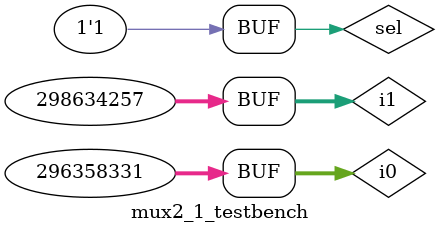
<source format=sv>
module mux2_1(out, i1, i0, sel);	 
  	output [31:0] out;   	 
  	input [31:0] i0, i1; 
	input sel;  	 
 	 
	wire notSel; 
	wire [31:0] i0AndNotSel, i1AndSel;
   	 
   not #50 n0 (notSel, sel);
	
	genvar i;
	generate 
		for(i=0; i<32; i=i+1) begin: simple
			and #50 a0 (i0AndNotSel[i], i0[i], notSel);
			and #50 a1 (i1AndSel[i], i1[i], sel);
			or #50 or1 (out[i], i0AndNotSel[i], i1AndSel[i]);
		end
	endgenerate
	
endmodule


 
module mux2_1_testbench();	 
  	reg [31:0] i0, i1; 
	reg sel;   
  	wire [31:0] out;    
  	mux2_1 dut (.out, .i1, .i0, .sel);   
 initial begin  
        	sel=0; i0=32'h00AA00BB; i1=32'h11111111; #5000;   	 
        	sel=0; i0=32'hFEDFED33; i1=32'h00110011; #5000;   	 
        	sel=1; i0=32'hFEDCBA98; i1=32'h12345678; #5000; 	 
        	sel=1; i0=32'h11AA11BB; i1=32'h11CCCC11; #5000;   	 	 
 end  
endmodule
</source>
